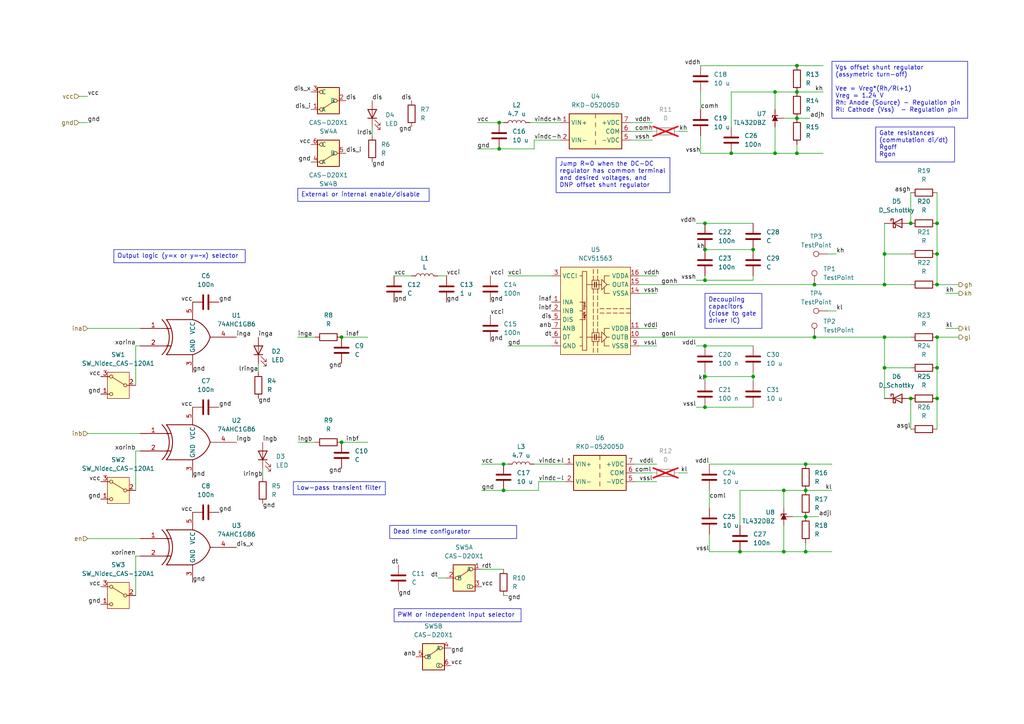
<source format=kicad_sch>
(kicad_sch (version 20231120) (generator "eeschema") (generator_version "8.0")
  (paper "A4")
  (title_block (title "Dual Gate Diver") (date "2024-10-30") (rev "1") (company "Dr.-Ing. Alan H. Wilson Veas") (comment 1 "AHWV"))
  (lib_symbols
    (symbol "HalfBridge_SiC:74AHC1G86"
      (property "Reference" "U" (at -2.54 3.81 0))
      (property "Value" "74AHC1G86" (at 0 -3.81 0))
      (symbol "74AHC1G86_1_1"
        (pin input line (at -15.24 2.54 0) (length 7.62) (name "~") (number "1"))
        (pin input line (at -15.24 -2.54 0) (length 7.62) (name "~") (number "2"))
        (pin power_in line (at 0 -10.16 90) (length 5.08) (name "GND") (number "3"))
        (pin output line (at 12.7 0 180) (length 7.62) (name "~") (number "4"))
        (pin power_in line (at 0 10.16 270) (length 5.08) (name "VCC") (number "5"))
      )
    )
    (symbol "HalfBridge_SiC:C" (pin_numbers hide) (pin_names (offset 0.254))
      (property "Reference" "C" (at 0.635 2.54 0))
      (property "Value" "C" (at 0.635 -2.54 0))
      (symbol "C_1_1"
        (pin passive line (at 0 3.81 270) (length 2.794) (name "~") (number "1"))
        (pin passive line (at 0 -3.81 90) (length 2.794) (name "~") (number "2"))
      )
    )
    (symbol "HalfBridge_SiC:CAS-D20X1"
      (property "Reference" "SW" (at 0 0 0))
      (property "Value" "CAS-D20X1" (at 0 0 0))
      (symbol "CAS-D20X1_1_1"
        (pin passive line (at 5.08 2.54 180) (length 2.54) (name "A") (number "1"))
        (pin passive line (at -5.08 0 0) (length 2.54) (name "B") (number "2"))
        (pin passive line (at 5.08 -2.54 180) (length 2.54) (name "C") (number "3"))
      )
      (symbol "CAS-D20X1_2_1"
        (pin passive line (at 5.08 2.54 180) (length 2.54) (name "A") (number "4"))
        (pin passive line (at -5.08 0 0) (length 2.54) (name "B") (number "5"))
        (pin passive line (at 5.08 -2.54 180) (length 2.54) (name "C") (number "6"))
      )
    )
    (symbol "HalfBridge_SiC:D_Schottky" (pin_numbers hide) (pin_names (offset 1.016) hide)
      (property "Reference" "D" (at 0 2.54 0))
      (property "Value" "D_Schottky" (at 0 -2.54 0))
      (symbol "D_Schottky_1_1"
        (pin passive line (at -3.81 0 0) (length 2.54) (name "K") (number "1"))
        (pin passive line (at 3.81 0 180) (length 2.54) (name "A") (number "2"))
      )
    )
    (symbol "HalfBridge_SiC:L" (pin_numbers hide) (pin_names (offset 1.016) hide)
      (property "Reference" "L" (at -1.27 0 90))
      (property "Value" "L" (at 1.905 0 90))
      (symbol "L_1_1"
        (pin passive line (at 0 3.81 270) (length 1.27) (name "1") (number "1"))
        (pin passive line (at 0 -3.81 90) (length 1.27) (name "2") (number "2"))
      )
    )
    (symbol "HalfBridge_SiC:LED" (pin_numbers hide) (pin_names (offset 1.016) hide)
      (property "Reference" "D" (at 0 2.54 0))
      (property "Value" "LED" (at 0 -2.54 0))
      (symbol "LED_1_1"
        (pin passive line (at -3.81 0 0) (length 2.54) (name "K") (number "1"))
        (pin passive line (at 3.81 0 180) (length 2.54) (name "A") (number "2"))
      )
    )
    (symbol "HalfBridge_SiC:NCV51563"
      (property "Reference" "U" (at 0 0 0))
      (property "Value" "NCV51563" (at 0 0 0))
      (symbol "NCV51563_0_0"
        (text "Logic Input" (at -3.302 0 900) (effects (font (size 0.635 0.635))))
      )
      (symbol "NCV51563_1_1"
        (pin input line (at -12.7 2.54 0) (length 2.54) (name "INA") (number "1"))
        (pin output line (at 12.7 -7.62 180) (length 2.54) (name "OUTB") (number "10"))
        (pin power_in line (at 12.7 -5.08 180) (length 2.54) (name "VDDB") (number "11"))
        (pin no_connect line (at 10.16 -2.54 180) (length 2.54) hide (name "NC") (number "12"))
        (pin no_connect line (at 10.16 2.54 180) (length 2.54) hide (name "NC") (number "13"))
        (pin power_in line (at 12.7 5.08 180) (length 2.54) (name "VSSA") (number "14"))
        (pin output line (at 12.7 7.62 180) (length 2.54) (name "OUTA") (number "15"))
        (pin power_in line (at 12.7 10.16 180) (length 2.54) (name "VDDA") (number "16"))
        (pin input line (at -12.7 0 0) (length 2.54) (name "INB") (number "2"))
        (pin power_in line (at -12.7 10.16 0) (length 2.54) (name "VCCI") (number "3"))
        (pin power_in line (at -12.7 -10.16 0) (length 2.54) (name "GND") (number "4"))
        (pin input line (at -12.7 -2.54 0) (length 2.54) (name "DIS") (number "5"))
        (pin passive line (at -12.7 -7.62 0) (length 2.54) (name "DT") (number "6"))
        (pin input line (at -12.7 -5.08 0) (length 2.54) (name "ANB") (number "7"))
        (pin passive line (at -12.7 10.16 0) (length 2.54) hide (name "VCCI") (number "8"))
        (pin power_in line (at 12.7 -10.16 180) (length 2.54) (name "VSSB") (number "9"))
      )
    )
    (symbol "HalfBridge_SiC:R" (pin_numbers hide) (pin_names (offset 0))
      (property "Reference" "R" (at 2.032 0 90))
      (property "Value" "R" (at 0 0 90))
      (symbol "R_1_1"
        (pin passive line (at 0 3.81 270) (length 1.27) (name "~") (number "1"))
        (pin passive line (at 0 -3.81 90) (length 1.27) (name "~") (number "2"))
      )
    )
    (symbol "HalfBridge_SiC:RKZ-052005D"
      (property "Reference" "U" (at 0 0 0))
      (property "Value" "RKD-052005D" (at 0 0 0))
      (symbol "RKZ-052005D_1_1"
        (pin passive line (at -10.16 2.54 0) (length 2.54) hide (name "VIN+") (number "1"))
        (pin power_in line (at -10.16 2.54 0) (length 2.54) (name "VIN+") (number "1"))
        (pin passive line (at -10.16 -2.54 0) (length 2.54) hide (name "VIN-") (number "2"))
        (pin power_in line (at -10.16 -2.54 0) (length 2.54) (name "VIN-") (number "2"))
        (pin power_out line (at 10.16 -2.54 180) (length 2.54) (name "-VDC") (number "5"))
        (pin passive line (at 10.16 0 180) (length 2.54) (name "COM") (number "6"))
        (pin passive line (at 10.16 2.54 180) (length 2.54) hide (name "+VDC") (number "7"))
        (pin power_out line (at 10.16 2.54 180) (length 2.54) (name "+VDC") (number "7"))
      )
    )
    (symbol "HalfBridge_SiC:SW_Nidec_CAS-120A1" (pin_names (offset 1) hide)
      (property "Reference" "SW" (at 0 4.318 0))
      (property "Value" "SW_Nidec_CAS-120A1" (at 0 -5.08 0))
      (symbol "SW_Nidec_CAS-120A1_1_1"
        (pin passive line (at 5.08 -2.54 180) (length 2.54) (name "C") (number "1"))
        (pin passive line (at -5.08 0 0) (length 2.54) (name "B") (number "2"))
        (pin passive line (at 5.08 2.54 180) (length 2.54) (name "A") (number "3"))
      )
    )
    (symbol "HalfBridge_SiC:TL432DBZ" (pin_numbers hide) (pin_names hide)
      (property "Reference" "U" (at -2.54 2.54 0))
      (property "Value" "TL432DBZ" (at 0 -2.54 0))
      (symbol "TL432DBZ_1_1"
        (pin passive line (at 0 2.54 270) (length 2.54) (name "REF") (number "1"))
        (pin passive line (at 2.54 0 180) (length 1.27) (name "K") (number "2"))
        (pin passive line (at -2.54 0 0) (length 1.27) (name "A") (number "3"))
      )
    )
    (symbol "HalfBridge_SiC:TestPoint" (pin_numbers hide) (pin_names (offset 0.762) hide)
      (property "Reference" "TP" (at 0 6.858 0))
      (property "Value" "TestPoint" (at 0 5.08 0))
      (symbol "TestPoint_1_1"
        (pin passive line (at 0 0 90) (length 2.54) (name "1") (number "1"))
      )
    )
    (symbol "RKZ-052005D_1"
      (property "Reference" "U" (at 0 0 0))
      (property "Value" "RKD-052005D" (at 0 0 0))
      (symbol "RKZ-052005D_1_1_1"
        (pin passive line (at -10.16 2.54 0) (length 2.54) hide (name "VIN+") (number "1"))
        (pin power_in line (at -10.16 2.54 0) (length 2.54) (name "VIN+") (number "1"))
        (pin passive line (at -10.16 -2.54 0) (length 2.54) hide (name "VIN-") (number "2"))
        (pin power_in line (at -10.16 -2.54 0) (length 2.54) (name "VIN-") (number "2"))
        (pin power_out line (at 10.16 -2.54 180) (length 2.54) (name "-VDC") (number "5"))
        (pin passive line (at 10.16 0 180) (length 2.54) (name "COM") (number "6"))
        (pin passive line (at 10.16 2.54 180) (length 2.54) hide (name "+VDC") (number "7"))
        (pin power_out line (at 10.16 2.54 180) (length 2.54) (name "+VDC") (number "7"))
      )
    )
    (symbol "RKZ-052005D_1_1"
      (property "Reference" "U" (at 0 0 0))
      (property "Value" "RKD-052005D" (at 0 0 0))
      (symbol "RKZ-052005D_1_1_1_1"
        (pin passive line (at -10.16 2.54 0) (length 2.54) hide (name "VIN+") (number "1"))
        (pin power_in line (at -10.16 2.54 0) (length 2.54) (name "VIN+") (number "1"))
        (pin passive line (at -10.16 -2.54 0) (length 2.54) hide (name "VIN-") (number "2"))
        (pin power_in line (at -10.16 -2.54 0) (length 2.54) (name "VIN-") (number "2"))
        (pin power_out line (at 10.16 -2.54 180) (length 2.54) (name "-VDC") (number "5"))
        (pin passive line (at 10.16 0 180) (length 2.54) (name "COM") (number "6"))
        (pin passive line (at 10.16 2.54 180) (length 2.54) hide (name "+VDC") (number "7"))
        (pin power_out line (at 10.16 2.54 180) (length 2.54) (name "+VDC") (number "7"))
      )
    )
  )
  (junction (at 204.47 118.11))
  (junction (at 231.14 26.67))
  (junction (at 227.33 160.02))
  (junction (at 236.22 82.55))
  (junction (at 256.54 73.66))
  (junction (at 231.14 44.45))
  (junction (at 231.14 19.05))
  (junction (at 271.78 106.68))
  (junction (at 99.06 97.79))
  (junction (at 264.16 115.57))
  (junction (at 256.54 97.79))
  (junction (at 224.79 26.67))
  (junction (at 144.78 43.18))
  (junction (at 264.16 64.77))
  (junction (at 236.22 97.79))
  (junction (at 271.78 115.57))
  (junction (at 224.79 44.45))
  (junction (at 271.78 82.55))
  (junction (at 144.78 35.56))
  (junction (at 204.47 100.33))
  (junction (at 204.47 72.39))
  (junction (at 212.09 44.45))
  (junction (at 204.47 81.28))
  (junction (at 233.68 160.02))
  (junction (at 146.05 134.62))
  (junction (at 233.68 149.86))
  (junction (at 256.54 106.68))
  (junction (at 256.54 82.55))
  (junction (at 146.05 142.24))
  (junction (at 271.78 64.77))
  (junction (at 271.78 73.66))
  (junction (at 233.68 134.62))
  (junction (at 204.47 64.77))
  (junction (at 271.78 97.79))
  (junction (at 99.06 128.27))
  (junction (at 227.33 142.24))
  (junction (at 233.68 142.24))
  (junction (at 214.63 160.02))
  (junction (at 218.44 109.22))
  (junction (at 204.47 109.22))
  (junction (at 218.44 72.39))
  (junction (at 231.14 34.29))
  (wire (pts (xy 224.79 44.45) (xy 231.14 44.45)))
  (wire (pts (xy 146.05 142.24) (xy 156.21 142.24)))
  (wire (pts (xy 184.15 139.7) (xy 190.5 139.7)))
  (wire (pts (xy 205.74 160.02) (xy 214.63 160.02)))
  (wire (pts (xy 256.54 106.68) (xy 256.54 115.57)))
  (wire (pts (xy 204.47 64.77) (xy 218.44 64.77)))
  (wire (pts (xy 212.09 44.45) (xy 224.79 44.45)))
  (wire (pts (xy 231.14 44.45) (xy 238.76 44.45)))
  (wire (pts (xy 271.78 97.79) (xy 278.13 97.79)))
  (wire (pts (xy 184.15 137.16) (xy 189.23 137.16)))
  (wire (pts (xy 271.78 115.57) (xy 271.78 124.46)))
  (wire (pts (xy 271.78 73.66) (xy 271.78 82.55)))
  (wire (pts (xy 129.54 167.64) (xy 127 167.64)))
  (wire (pts (xy 185.42 80.01) (xy 190.5 80.01)))
  (wire (pts (xy 154.94 134.62) (xy 163.83 134.62)))
  (wire (pts (xy 74.93 105.41) (xy 74.93 107.95)))
  (wire (pts (xy 182.88 35.56) (xy 189.23 35.56)))
  (wire (pts (xy 185.42 82.55) (xy 236.22 82.55)))
  (wire (pts (xy 185.42 100.33) (xy 190.5 100.33)))
  (wire (pts (xy 185.42 97.79) (xy 236.22 97.79)))
  (wire (pts (xy 201.93 100.33) (xy 204.47 100.33)))
  (wire (pts (xy 212.09 26.67) (xy 212.09 36.83)))
  (wire (pts (xy 146.05 134.62) (xy 147.32 134.62)))
  (wire (pts (xy 205.74 142.24) (xy 205.74 147.32)))
  (wire (pts (xy 224.79 31.75) (xy 224.79 26.67)))
  (wire (pts (xy 39.37 130.81) (xy 40.64 130.81)))
  (wire (pts (xy 86.36 128.27) (xy 91.44 128.27)))
  (wire (pts (xy 205.74 154.94) (xy 205.74 160.02)))
  (wire (pts (xy 185.42 85.09) (xy 190.5 85.09)))
  (wire (pts (xy 256.54 97.79) (xy 256.54 106.68)))
  (wire (pts (xy 201.93 81.28) (xy 204.47 81.28)))
  (wire (pts (xy 271.78 55.88) (xy 271.78 64.77)))
  (wire (pts (xy 224.79 36.83) (xy 224.79 44.45)))
  (wire (pts (xy 203.2 39.37) (xy 203.2 44.45)))
  (wire (pts (xy 240.03 90.17) (xy 242.57 90.17)))
  (wire (pts (xy 39.37 100.33) (xy 40.64 100.33)))
  (wire (pts (xy 233.68 142.24) (xy 241.3 142.24)))
  (wire (pts (xy 201.93 64.77) (xy 204.47 64.77)))
  (wire (pts (xy 204.47 72.39) (xy 218.44 72.39)))
  (wire (pts (xy 218.44 107.95) (xy 218.44 109.22)))
  (wire (pts (xy 185.42 95.25) (xy 190.5 95.25)))
  (wire (pts (xy 204.47 107.95) (xy 204.47 109.22)))
  (wire (pts (xy 107.95 36.83) (xy 107.95 39.37)))
  (wire (pts (xy 271.78 106.68) (xy 271.78 115.57)))
  (wire (pts (xy 99.06 128.27) (xy 106.68 128.27)))
  (wire (pts (xy 227.33 152.4) (xy 227.33 160.02)))
  (wire (pts (xy 212.09 26.67) (xy 224.79 26.67)))
  (wire (pts (xy 231.14 44.45) (xy 231.14 41.91)))
  (wire (pts (xy 218.44 109.22) (xy 218.44 110.49)))
  (wire (pts (xy 227.33 147.32) (xy 227.33 142.24)))
  (wire (pts (xy 256.54 97.79) (xy 264.16 97.79)))
  (wire (pts (xy 274.32 85.09) (xy 278.13 85.09)))
  (wire (pts (xy 236.22 97.79) (xy 256.54 97.79)))
  (wire (pts (xy 196.85 137.16) (xy 199.39 137.16)))
  (wire (pts (xy 147.32 80.01) (xy 160.02 80.01)))
  (wire (pts (xy 154.94 43.18) (xy 154.94 40.64)))
  (wire (pts (xy 240.03 73.66) (xy 242.57 73.66)))
  (wire (pts (xy 147.32 172.72) (xy 146.05 172.72)))
  (wire (pts (xy 227.33 142.24) (xy 233.68 142.24)))
  (wire (pts (xy 127 80.01) (xy 129.54 80.01)))
  (wire (pts (xy 218.44 80.01) (xy 218.44 81.28)))
  (wire (pts (xy 237.49 149.86) (xy 233.68 149.86)))
  (wire (pts (xy 39.37 161.29) (xy 40.64 161.29)))
  (wire (pts (xy 147.32 100.33) (xy 160.02 100.33)))
  (wire (pts (xy 231.14 26.67) (xy 238.76 26.67)))
  (wire (pts (xy 236.22 82.55) (xy 256.54 82.55)))
  (wire (pts (xy 214.63 142.24) (xy 214.63 152.4)))
  (wire (pts (xy 233.68 134.62) (xy 241.3 134.62)))
  (wire (pts (xy 156.21 142.24) (xy 156.21 139.7)))
  (wire (pts (xy 271.78 97.79) (xy 271.78 106.68)))
  (wire (pts (xy 204.47 118.11) (xy 218.44 118.11)))
  (wire (pts (xy 86.36 97.79) (xy 91.44 97.79)))
  (wire (pts (xy 25.4 125.73) (xy 40.64 125.73)))
  (wire (pts (xy 256.54 106.68) (xy 264.16 106.68)))
  (wire (pts (xy 182.88 38.1) (xy 189.23 38.1)))
  (wire (pts (xy 39.37 172.72) (xy 39.37 161.29)))
  (wire (pts (xy 22.86 27.94) (xy 25.4 27.94)))
  (wire (pts (xy 233.68 160.02) (xy 233.68 157.48)))
  (wire (pts (xy 229.87 149.86) (xy 233.68 149.86)))
  (wire (pts (xy 204.47 100.33) (xy 218.44 100.33)))
  (wire (pts (xy 203.2 19.05) (xy 231.14 19.05)))
  (wire (pts (xy 274.32 95.25) (xy 278.13 95.25)))
  (wire (pts (xy 144.78 35.56) (xy 146.05 35.56)))
  (wire (pts (xy 203.2 26.67) (xy 203.2 31.75)))
  (wire (pts (xy 256.54 73.66) (xy 264.16 73.66)))
  (wire (pts (xy 76.2 135.89) (xy 76.2 138.43)))
  (wire (pts (xy 203.2 44.45) (xy 212.09 44.45)))
  (wire (pts (xy 214.63 160.02) (xy 227.33 160.02)))
  (wire (pts (xy 25.4 95.25) (xy 40.64 95.25)))
  (wire (pts (xy 39.37 142.24) (xy 39.37 130.81)))
  (wire (pts (xy 153.67 35.56) (xy 162.56 35.56)))
  (wire (pts (xy 144.78 43.18) (xy 154.94 43.18)))
  (wire (pts (xy 138.43 43.18) (xy 144.78 43.18)))
  (wire (pts (xy 218.44 81.28) (xy 204.47 81.28)))
  (wire (pts (xy 182.88 40.64) (xy 189.23 40.64)))
  (wire (pts (xy 233.68 160.02) (xy 241.3 160.02)))
  (wire (pts (xy 156.21 139.7) (xy 163.83 139.7)))
  (wire (pts (xy 271.78 64.77) (xy 271.78 73.66)))
  (wire (pts (xy 196.85 38.1) (xy 199.39 38.1)))
  (wire (pts (xy 139.7 165.1) (xy 146.05 165.1)))
  (wire (pts (xy 204.47 109.22) (xy 218.44 109.22)))
  (wire (pts (xy 204.47 80.01) (xy 204.47 81.28)))
  (wire (pts (xy 139.7 134.62) (xy 146.05 134.62)))
  (wire (pts (xy 231.14 19.05) (xy 238.76 19.05)))
  (wire (pts (xy 138.43 35.56) (xy 144.78 35.56)))
  (wire (pts (xy 264.16 55.88) (xy 264.16 64.77)))
  (wire (pts (xy 227.33 160.02) (xy 233.68 160.02)))
  (wire (pts (xy 25.4 35.56) (xy 22.86 35.56)))
  (wire (pts (xy 256.54 82.55) (xy 264.16 82.55)))
  (wire (pts (xy 184.15 134.62) (xy 190.5 134.62)))
  (wire (pts (xy 201.93 118.11) (xy 204.47 118.11)))
  (wire (pts (xy 39.37 111.76) (xy 39.37 100.33)))
  (wire (pts (xy 139.7 142.24) (xy 146.05 142.24)))
  (wire (pts (xy 256.54 73.66) (xy 256.54 82.55)))
  (wire (pts (xy 224.79 26.67) (xy 231.14 26.67)))
  (wire (pts (xy 234.95 34.29) (xy 231.14 34.29)))
  (wire (pts (xy 214.63 142.24) (xy 227.33 142.24)))
  (wire (pts (xy 227.33 34.29) (xy 231.14 34.29)))
  (wire (pts (xy 271.78 82.55) (xy 278.13 82.55)))
  (wire (pts (xy 154.94 40.64) (xy 162.56 40.64)))
  (wire (pts (xy 205.74 134.62) (xy 233.68 134.62)))
  (wire (pts (xy 25.4 156.21) (xy 40.64 156.21)))
  (wire (pts (xy 256.54 64.77) (xy 256.54 73.66)))
  (wire (pts (xy 204.47 109.22) (xy 204.47 110.49)))
  (wire (pts (xy 99.06 97.79) (xy 106.68 97.79)))
  (wire (pts (xy 264.16 115.57) (xy 264.16 124.46)))
  (wire (pts (xy 114.3 80.01) (xy 119.38 80.01)))
  (text_box "Output logic (y=x or y=~x) selector" (at 33.02 72.39 0) (size 38.1 3.81) (effects (font (size 1.27 1.27)) (justify left top)))
  (text_box "Low-pass transient filter" (at 85.09 139.7 0) (size 26.67 3.81) (effects (font (size 1.27 1.27)) (justify left top)))
  (text_box "Dead time configurator" (at 113.03 152.4 0) (size 36.83 3.81) (effects (font (size 1.27 1.27)) (justify left top)))
  (text_box "Jump R=0 when the DC-DC regulator has common terminal and desired voltages, and\nDNP offset shunt regulator" (at 161.29 45.72 0) (size 33.02 10.16) (effects (font (size 1.27 1.27)) (justify left top)))
  (text_box "External or internal enable/disable" (at 86.36 54.61 0) (size 38.1 3.81) (effects (font (size 1.27 1.27)) (justify left top)))
  (text_box "Gate resistances (commutation di/dt)\nRgoff\nRgon" (at 254 36.83 0) (size 22.86 10.16) (effects (font (size 1.27 1.27)) (justify left top)))
  (text_box "Decoupling capacitors (close to gate driver IC)" (at 204.47 85.09 0) (size 16.51 10.16) (effects (font (size 1.27 1.27)) (justify left top)))
  (text_box "Vgs offset shunt regulator\n(assymetric turn-off)\n\nVee = Vreg*(Rh/Rl+1)\nVreg = 1.24 V\nRh: Anode (Source) - Regulation pin\nRl: Cathode (Vss)  - Regulation pin" (at 241.3 17.78 0) (size 39.37 16.51) (effects (font (size 1.27 1.27)) (justify left top)))
  (text_box "PWM or independent input selector" (at 114.3 176.53 0) (size 36.83 3.81) (effects (font (size 1.27 1.27)) (justify left top)))
  (label "vssl" (at 186.69 100.33 0))
  (label "coml" (at 184.15 137.16 0))
  (label "gnd" (at 139.7 142.24 0))
  (label "gnd" (at 99.06 135.89 180))
  (label "kl" (at 242.57 90.17 0))
  (label "gnd" (at 142.24 99.06 0))
  (label "vcc" (at 90.17 41.91 180))
  (label "dis" (at 100.33 29.21 0))
  (label "vcc" (at 55.88 148.59 180))
  (label "gnd" (at 147.32 100.33 0))
  (label "vindc-h" (at 154.94 40.64 0))
  (label "gonl" (at 191.77 97.79 0))
  (label "vddl" (at 185.42 134.62 0))
  (label "anb" (at 160.02 95.25 180))
  (label "vssh" (at 184.15 40.64 0))
  (label "inbf" (at 160.02 90.17 180))
  (label "vcc" (at 139.7 134.62 0))
  (label "inga" (at 74.93 97.79 0))
  (label "vcci" (at 142.24 80.01 0))
  (label "adjl" (at 237.49 149.86 0))
  (label "comh" (at 203.2 31.75 0))
  (label "gnd" (at 147.32 172.72 0))
  (label "gnd" (at 115.57 171.45 0))
  (label "lrdis" (at 107.95 39.37 180))
  (label "vddh" (at 186.69 80.01 0))
  (label "gnd" (at 29.21 144.78 180))
  (label "vddl" (at 186.69 95.25 0))
  (label "gnd" (at 29.21 175.26 180))
  (label "asgh" (at 264.16 55.88 180))
  (label "vssl" (at 201.93 118.11 180))
  (label "kl" (at 199.39 137.16 180))
  (label "vcci" (at 142.24 91.44 0))
  (label "vcc" (at 114.3 80.01 0))
  (label "kh" (at 204.47 72.39 180))
  (label "inaf" (at 104.14 97.79 180))
  (label "vcc" (at 25.4 27.94 0))
  (label "dis_x" (at 90.17 26.67 180))
  (label "vindc+h" (at 154.94 35.56 0))
  (label "dis_x" (at 68.58 158.75 0))
  (label "vcc" (at 29.21 170.18 180))
  (label "gnd" (at 55.88 138.43 0))
  (label "ingb" (at 68.58 128.27 0))
  (label "kl" (at 204.47 110.49 180))
  (label "gnd" (at 55.88 168.91 0))
  (label "comh" (at 184.15 38.1 0))
  (label "vcc" (at 130.81 193.04 0))
  (label "coml" (at 205.74 144.78 0))
  (label "gnd" (at 119.38 36.83 180))
  (label "inga" (at 86.36 97.79 0))
  (label "gnd" (at 90.17 46.99 180))
  (label "xorinb" (at 39.37 130.81 180))
  (label "vcc" (at 139.7 170.18 0))
  (label "vssl" (at 205.74 160.02 180))
  (label "vddl" (at 201.93 100.33 180))
  (label "dis_i" (at 100.33 44.45 0))
  (label "gnd" (at 74.93 115.57 0))
  (label "vcc" (at 138.43 35.56 0))
  (label "xorinen" (at 39.37 161.29 180))
  (label "kh" (at 274.32 85.09 0))
  (label "kh" (at 242.57 73.66 0))
  (label "ingb" (at 86.36 128.27 0))
  (label "gnd" (at 107.95 46.99 0))
  (label "rdt" (at 139.7 165.1 0))
  (label "dt" (at 160.02 97.79 180))
  (label "vssl" (at 185.42 139.7 0))
  (label "gnd" (at 63.5 118.11 0))
  (label "gnd" (at 76.2 146.05 0))
  (label "vddl" (at 205.74 134.62 180))
  (label "dt" (at 127 167.64 180))
  (label "vssh" (at 201.93 81.28 180))
  (label "vcc" (at 55.88 118.11 180))
  (label "dis_i" (at 90.17 31.75 180))
  (label "gnd" (at 130.81 187.96 0))
  (label "adjh" (at 234.95 34.29 0))
  (label "gnd" (at 63.5 87.63 0))
  (label "gnd" (at 25.4 35.56 0))
  (label "kl" (at 241.3 142.24 180))
  (label "vssh" (at 186.69 85.09 0))
  (label "vcci" (at 147.32 80.01 0))
  (label "gnd" (at 114.3 87.63 0))
  (label "kh" (at 199.39 38.1 180))
  (label "xorina" (at 39.37 100.33 180))
  (label "gnd" (at 99.06 105.41 180))
  (label "gnd" (at 138.43 43.18 0))
  (label "dis" (at 160.02 92.71 180))
  (label "gnd" (at 29.21 114.3 180))
  (label "dis" (at 107.95 29.21 0))
  (label "vindc-l" (at 156.21 139.7 0))
  (label "vddh" (at 203.2 19.05 180))
  (label "dis" (at 119.38 29.21 180))
  (label "kh" (at 238.76 26.67 180))
  (label "kl" (at 274.32 95.25 0))
  (label "dt" (at 115.57 163.83 180))
  (label "ingb" (at 76.2 128.27 0))
  (label "inbf" (at 104.14 128.27 180))
  (label "lringb" (at 76.2 138.43 180))
  (label "vddh" (at 201.93 64.77 180))
  (label "gnd" (at 142.24 87.63 0))
  (label "vcc" (at 55.88 87.63 180))
  (label "vindc+l" (at 156.21 134.62 0))
  (label "gnd" (at 129.54 87.63 0))
  (label "anb" (at 120.65 190.5 180))
  (label "gnd" (at 55.88 107.95 0))
  (label "lringa" (at 74.93 107.95 180))
  (label "asgl" (at 264.16 124.46 180))
  (label "vcci" (at 129.54 80.01 0))
  (label "vcc" (at 29.21 139.7 180))
  (label "gonh" (at 191.77 82.55 0))
  (label "inaf" (at 160.02 87.63 180))
  (label "vssh" (at 203.2 44.45 180))
  (label "vddh" (at 184.15 35.56 0))
  (label "gnd" (at 63.5 148.59 0))
  (label "vcc" (at 29.21 109.22 180))
  (label "inga" (at 68.58 97.79 0))
  (hierarchical_label "ina" (shape input) (at 25.4 95.25 180))
  (hierarchical_label "en" (shape input) (at 25.4 156.21 180))
  (hierarchical_label "kl" (shape output) (at 278.13 95.25 0))
  (hierarchical_label "inb" (shape input) (at 25.4 125.73 180))
  (hierarchical_label "kh" (shape output) (at 278.13 85.09 0))
  (hierarchical_label "gnd" (shape input) (at 22.86 35.56 180))
  (hierarchical_label "gh" (shape output) (at 278.13 82.55 0))
  (hierarchical_label "vcc" (shape input) (at 22.86 27.94 180))
  (hierarchical_label "gl" (shape output) (at 278.13 97.79 0))
  (symbol (lib_id "HalfBridge_SiC:C") (at 59.69 148.59 90) (unit 1)
    (property "Reference" "C8" (at 59.69 140.97 90))
    (property "Value" "100n" (at 59.69 143.51 90))
    (property "Footprint" "Capacitor_SMD:C_0603_1608Metric_Pad1.08x0.95mm_HandSolder" (effects (hide yes)))
    (property "Description" "Unpolarized capacitor" (effects (hide yes)))
  )
  (symbol (lib_id "HalfBridge_SiC:R") (at 267.97 64.77 90) (unit 1)
    (property "Reference" "R20" (at 267.97 58.42 90))
    (property "Value" "R" (at 267.97 60.96 90))
    (property "Footprint" "Resistor_SMD:R_0805_2012Metric_Pad1.20x1.40mm_HandSolder" (effects (hide yes)))
    (property "Description" "Resistor" (effects (hide yes)))
  )
  (symbol (lib_id "HalfBridge_SiC:R") (at 233.68 146.05 180) (unit 1)
    (property "Reference" "R17" (at 236.22 144.7799 0) (effects (justify right)))
    (property "Value" "R" (at 236.22 147.3199 0) (effects (justify right)))
    (property "Footprint" "Resistor_SMD:R_0603_1608Metric_Pad0.98x0.95mm_HandSolder" (effects (hide yes)))
    (property "Description" "Resistor" (effects (hide yes)))
  )
  (symbol (lib_id "HalfBridge_SiC:C") (at 204.47 68.58 0) (unit 1)
    (property "Reference" "C22" (at 208.28 67.3099 0) (effects (justify left)))
    (property "Value" "100n" (at 208.28 69.8499 0) (effects (justify left)))
    (property "Footprint" "Capacitor_SMD:C_0603_1608Metric_Pad1.08x0.95mm_HandSolder" (effects (hide yes)))
    (property "Description" "Unpolarized capacitor" (effects (hide yes)))
  )
  (symbol (lib_id "HalfBridge_SiC:R") (at 267.97 106.68 90) (unit 1)
    (property "Reference" "R24" (at 267.97 100.33 90))
    (property "Value" "R" (at 267.97 102.87 90))
    (property "Footprint" "Resistor_SMD:R_0805_2012Metric_Pad1.20x1.40mm_HandSolder" (effects (hide yes)))
    (property "Description" "Resistor" (effects (hide yes)))
  )
  (symbol (lib_id "HalfBridge_SiC:R") (at 193.04 137.16 90) (unit 1) (dnp yes)
    (property "Reference" "R12" (at 193.04 130.81 90))
    (property "Value" "0" (at 193.04 133.35 90))
    (property "Footprint" "Resistor_SMD:R_0805_2012Metric_Pad1.20x1.40mm_HandSolder" (effects (hide yes)))
    (property "Description" "Resistor" (effects (hide yes)))
  )
  (symbol (lib_id "HalfBridge_SiC:C") (at 204.47 76.2 0) (unit 1)
    (property "Reference" "C23" (at 208.28 74.9299 0) (effects (justify left)))
    (property "Value" "100n" (at 208.28 77.4699 0) (effects (justify left)))
    (property "Footprint" "Capacitor_SMD:C_0603_1608Metric_Pad1.08x0.95mm_HandSolder" (effects (hide yes)))
    (property "Description" "Unpolarized capacitor" (effects (hide yes)))
  )
  (symbol (lib_id "HalfBridge_SiC:TestPoint") (at 236.22 97.79 0) (unit 1)
    (property "Reference" "TP2" (at 238.76 93.2179 0) (effects (justify left)))
    (property "Value" "TestPoint" (at 238.76 95.7579 0) (effects (justify left)))
    (property "Footprint" "TestPoint:TestPoint_Keystone_5015_Micro-Minature" (effects (hide yes)))
    (property "Description" "test point" (effects (hide yes)))
  )
  (symbol (lib_id "HalfBridge_SiC:C") (at 59.69 118.11 90) (unit 1)
    (property "Reference" "C7" (at 59.69 110.49 90))
    (property "Value" "100n" (at 59.69 113.03 90))
    (property "Footprint" "Capacitor_SMD:C_0603_1608Metric_Pad1.08x0.95mm_HandSolder" (effects (hide yes)))
    (property "Description" "Unpolarized capacitor" (effects (hide yes)))
  )
  (symbol (lib_id "HalfBridge_SiC:C") (at 205.74 138.43 0) (unit 1)
    (property "Reference" "C24" (at 209.55 137.1599 0) (effects (justify left)))
    (property "Value" "10 u" (at 209.55 139.6999 0) (effects (justify left)))
    (property "Footprint" "Capacitor_SMD:C_0805_2012Metric_Pad1.18x1.45mm_HandSolder" (effects (hide yes)))
    (property "Description" "Unpolarized capacitor" (effects (hide yes)))
  )
  (symbol (lib_id "HalfBridge_SiC:C") (at 205.74 151.13 0) (unit 1)
    (property "Reference" "C25" (at 209.55 149.8599 0) (effects (justify left)))
    (property "Value" "10 u" (at 209.55 152.3999 0) (effects (justify left)))
    (property "Footprint" "Capacitor_SMD:C_0805_2012Metric_Pad1.18x1.45mm_HandSolder" (effects (hide yes)))
    (property "Description" "Unpolarized capacitor" (effects (hide yes)))
  )
  (symbol (lib_id "HalfBridge_SiC:74AHC1G86") (at 55.88 97.79 0) (unit 1)
    (property "Reference" "U1" (at 68.58 91.4714 0))
    (property "Value" "74AHC1G86" (at 68.58 94.0114 0))
    (property "Footprint" "Package_TO_SOT_SMD:SOT-23-5_HandSoldering" (effects (hide yes)))
    (property "Datasheet" "http://www.ti.com/lit/sg/scyt129e/scyt129e.pdf" (effects (hide yes)))
    (property "Description" "Single XOR Gate, Low-Voltage CMOS" (effects (hide yes)))
  )
  (symbol (lib_id "HalfBridge_SiC:C") (at 99.06 132.08 0) (unit 1)
    (property "Reference" "C10" (at 102.87 130.8099 0) (effects (justify left)))
    (property "Value" "C" (at 102.87 133.3499 0) (effects (justify left)))
    (property "Footprint" "Capacitor_SMD:C_0603_1608Metric_Pad1.08x0.95mm_HandSolder" (effects (hide yes)))
    (property "Description" "Unpolarized capacitor" (effects (hide yes)))
  )
  (symbol (lib_id "HalfBridge_SiC:R") (at 267.97 82.55 90) (unit 1)
    (property "Reference" "R22" (at 267.97 76.2 90))
    (property "Value" "R" (at 267.97 78.74 90))
    (property "Footprint" "Resistor_SMD:R_0805_2012Metric_Pad1.20x1.40mm_HandSolder" (effects (hide yes)))
    (property "Description" "Resistor" (effects (hide yes)))
  )
  (symbol (lib_id "HalfBridge_SiC:R") (at 74.93 111.76 0) (unit 1)
    (property "Reference" "R4" (at 77.47 110.4899 0) (effects (justify left)))
    (property "Value" "R" (at 77.47 113.0299 0) (effects (justify left)))
    (property "Footprint" "Resistor_SMD:R_0603_1608Metric" (effects (hide yes)))
    (property "Description" "Resistor" (effects (hide yes)))
  )
  (symbol (lib_id "HalfBridge_SiC:R") (at 267.97 55.88 90) (unit 1)
    (property "Reference" "R19" (at 267.97 49.53 90))
    (property "Value" "R" (at 267.97 52.07 90))
    (property "Footprint" "Resistor_SMD:R_0805_2012Metric_Pad1.20x1.40mm_HandSolder" (effects (hide yes)))
    (property "Description" "Resistor" (effects (hide yes)))
  )
  (symbol (lib_id "HalfBridge_SiC:D_Schottky") (at 260.35 115.57 0) (unit 1)
    (property "Reference" "D6" (at 260.0325 109.22 0))
    (property "Value" "D_Schottky" (at 260.0325 111.76 0))
    (property "Footprint" "Diode_SMD:D_SOD-123" (effects (hide yes)))
    (property "Description" "Schottky diode" (effects (hide yes)))
  )
  (symbol (lib_id "HalfBridge_SiC:C") (at 204.47 114.3 0) (unit 1)
    (property "Reference" "C21" (at 208.28 113.0299 0) (effects (justify left)))
    (property "Value" "100 n" (at 208.28 115.5699 0) (effects (justify left)))
    (property "Footprint" "Capacitor_SMD:C_0603_1608Metric_Pad1.08x0.95mm_HandSolder" (effects (hide yes)))
    (property "Description" "Unpolarized capacitor" (effects (hide yes)))
  )
  (symbol (lib_id "HalfBridge_SiC:R") (at 76.2 142.24 0) (unit 1)
    (property "Reference" "R5" (at 78.74 140.9699 0) (effects (justify left)))
    (property "Value" "R" (at 78.74 143.5099 0) (effects (justify left)))
    (property "Footprint" "Resistor_SMD:R_0603_1608Metric" (effects (hide yes)))
    (property "Description" "Resistor" (effects (hide yes)))
  )
  (symbol (lib_id "HalfBridge_SiC:R") (at 231.14 22.86 180) (unit 1)
    (property "Reference" "R13" (at 233.68 21.5899 0) (effects (justify right)))
    (property "Value" "R" (at 233.68 24.1299 0) (effects (justify right)))
    (property "Footprint" "Resistor_SMD:R_0603_1608Metric_Pad0.98x0.95mm_HandSolder" (effects (hide yes)))
    (property "Description" "Resistor" (effects (hide yes)))
  )
  (symbol (lib_id "HalfBridge_SiC:R") (at 233.68 153.67 180) (unit 1)
    (property "Reference" "R18" (at 236.22 152.3999 0) (effects (justify right)))
    (property "Value" "R" (at 236.22 154.9399 0) (effects (justify right)))
    (property "Footprint" "Resistor_SMD:R_0603_1608Metric_Pad0.98x0.95mm_HandSolder" (effects (hide yes)))
    (property "Description" "Resistor" (effects (hide yes)))
  )
  (symbol (lib_id "HalfBridge_SiC:R") (at 233.68 138.43 180) (unit 1)
    (property "Reference" "R16" (at 236.22 137.1599 0) (effects (justify right)))
    (property "Value" "R" (at 236.22 139.6999 0) (effects (justify right)))
    (property "Footprint" "Resistor_SMD:R_0603_1608Metric_Pad0.98x0.95mm_HandSolder" (effects (hide yes)))
    (property "Description" "Resistor" (effects (hide yes)))
  )
  (symbol (lib_id "HalfBridge_SiC:R") (at 267.97 73.66 90) (unit 1)
    (property "Reference" "R21" (at 267.97 67.31 90))
    (property "Value" "R" (at 267.97 69.85 90))
    (property "Footprint" "Resistor_SMD:R_0805_2012Metric_Pad1.20x1.40mm_HandSolder" (effects (hide yes)))
    (property "Description" "Resistor" (effects (hide yes)))
  )
  (symbol (lib_id "HalfBridge_SiC:C") (at 218.44 104.14 0) (unit 1)
    (property "Reference" "C30" (at 222.25 102.8699 0) (effects (justify left)))
    (property "Value" "10 u" (at 222.25 105.4099 0) (effects (justify left)))
    (property "Footprint" "Capacitor_SMD:C_0805_2012Metric_Pad1.18x1.45mm_HandSolder" (effects (hide yes)))
    (property "Description" "Unpolarized capacitor" (effects (hide yes)))
  )
  (symbol (lib_id "HalfBridge_SiC:D_Schottky") (at 260.35 64.77 0) (unit 1)
    (property "Reference" "D5" (at 260.0325 58.42 0))
    (property "Value" "D_Schottky" (at 260.0325 60.96 0))
    (property "Footprint" "Diode_SMD:D_SOD-123" (effects (hide yes)))
    (property "Description" "Schottky diode" (effects (hide yes)))
  )
  (symbol (lib_id "HalfBridge_SiC:CAS-D20X1") (at 95.25 29.21 180) (unit 1)
    (property "Reference" "SW4" (at 95.25 38.1 0))
    (property "Value" "CAS-D20X1" (at 95.25 35.56 0))
    (property "Footprint" "My_Button_Switch_SMD:Nidec_Copal_CAS-D20B1" (effects (hide yes)))
    (property "Datasheet" "https://www.nidec-components.com/e/catalog/switch/cas.pdf" (effects (hide yes)))
  )
  (symbol (lib_id "HalfBridge_SiC:R") (at 107.95 43.18 0) (unit 1)
    (property "Reference" "R6" (at 110.49 41.9099 0) (effects (justify left)))
    (property "Value" "R" (at 110.49 44.4499 0) (effects (justify left)))
    (property "Footprint" "Resistor_SMD:R_0603_1608Metric" (effects (hide yes)))
    (property "Description" "Resistor" (effects (hide yes)))
  )
  (symbol (lib_id "HalfBridge_SiC:TestPoint") (at 240.03 90.17 90) (unit 1)
    (property "Reference" "TP4" (at 236.728 85.09 90))
    (property "Value" "TestPoint" (at 236.728 87.63 90))
    (property "Footprint" "TestPoint:TestPoint_Keystone_5015_Micro-Minature" (effects (hide yes)))
    (property "Description" "test point" (effects (hide yes)))
  )
  (symbol (lib_id "HalfBridge_SiC:L") (at 149.86 35.56 90) (unit 1)
    (property "Reference" "L2" (at 149.86 30.48 90))
    (property "Value" "4.7 u" (at 149.86 33.02 90))
    (property "Footprint" "Inductor_SMD:L_0603_1608Metric_Pad1.05x0.95mm_HandSolder" (effects (hide yes)))
    (property "Description" "Inductor" (effects (hide yes)))
  )
  (symbol (lib_id "HalfBridge_SiC:TL432DBZ") (at 227.33 149.86 270) (mirror x) (unit 1)
    (property "Reference" "U8" (at 224.79 148.5899 90) (effects (justify right)))
    (property "Value" "TL432DBZ" (at 224.79 151.1299 90) (effects (justify right)))
    (property "Footprint" "Package_TO_SOT_SMD:SOT-23" (effects (hide yes)))
    (property "Datasheet" "http://www.ti.com/lit/ds/symlink/tl431.pdf" (effects (hide yes)))
    (property "Description" "Shunt Regulator, SOT-23" (effects (hide yes)))
  )
  (symbol (lib_id "HalfBridge_SiC:LED") (at 76.2 132.08 90) (unit 1)
    (property "Reference" "D3" (at 80.01 132.3974 90) (effects (justify right)))
    (property "Value" "LED" (at 80.01 134.9374 90) (effects (justify right)))
    (property "Footprint" "LED_SMD:LED_0603_1608Metric_Pad1.05x0.95mm_HandSolder" (effects (hide yes)))
    (property "Description" "Light emitting diode" (effects (hide yes)))
  )
  (symbol (lib_id "HalfBridge_SiC:C") (at 204.47 104.14 0) (unit 1)
    (property "Reference" "C20" (at 208.28 102.8699 0) (effects (justify left)))
    (property "Value" "100 n" (at 208.28 105.4099 0) (effects (justify left)))
    (property "Footprint" "Capacitor_SMD:C_0603_1608Metric_Pad1.08x0.95mm_HandSolder" (effects (hide yes)))
    (property "Description" "Unpolarized capacitor" (effects (hide yes)))
  )
  (symbol (lib_id "HalfBridge_SiC:C") (at 218.44 76.2 0) (unit 1)
    (property "Reference" "C29" (at 222.25 74.9299 0) (effects (justify left)))
    (property "Value" "C" (at 222.25 77.4699 0) (effects (justify left)))
    (property "Footprint" "Capacitor_SMD:C_0805_2012Metric_Pad1.18x1.45mm_HandSolder" (effects (hide yes)))
    (property "Description" "Unpolarized capacitor" (effects (hide yes)))
  )
  (symbol (lib_id "HalfBridge_SiC:C") (at 99.06 101.6 0) (unit 1)
    (property "Reference" "C9" (at 102.87 100.3299 0) (effects (justify left)))
    (property "Value" "C" (at 102.87 102.8699 0) (effects (justify left)))
    (property "Footprint" "Capacitor_SMD:C_0603_1608Metric_Pad1.08x0.95mm_HandSolder" (effects (hide yes)))
    (property "Description" "Unpolarized capacitor" (effects (hide yes)))
  )
  (symbol (lib_id "HalfBridge_SiC:C") (at 114.3 83.82 0) (unit 1)
    (property "Reference" "C12" (at 118.11 82.5499 0) (effects (justify left)))
    (property "Value" "C" (at 118.11 85.0899 0) (effects (justify left)))
    (property "Footprint" "Capacitor_SMD:C_0805_2012Metric_Pad1.18x1.45mm_HandSolder" (effects (hide yes)))
    (property "Description" "Unpolarized capacitor" (effects (hide yes)))
  )
  (symbol (lib_id "HalfBridge_SiC:TL432DBZ") (at 224.79 34.29 270) (mirror x) (unit 1)
    (property "Reference" "U7" (at 222.25 33.0199 90) (effects (justify right)))
    (property "Value" "TL432DBZ" (at 222.25 35.5599 90) (effects (justify right)))
    (property "Footprint" "Package_TO_SOT_SMD:SOT-23" (effects (hide yes)))
    (property "Datasheet" "http://www.ti.com/lit/ds/symlink/tl431.pdf" (effects (hide yes)))
    (property "Description" "Shunt Regulator, SOT-23" (effects (hide yes)))
  )
  (symbol (lib_id "HalfBridge_SiC:R") (at 231.14 38.1 180) (unit 1)
    (property "Reference" "R15" (at 233.68 36.8299 0) (effects (justify right)))
    (property "Value" "R" (at 233.68 39.3699 0) (effects (justify right)))
    (property "Footprint" "Resistor_SMD:R_0603_1608Metric_Pad0.98x0.95mm_HandSolder" (effects (hide yes)))
    (property "Description" "Resistor" (effects (hide yes)))
  )
  (symbol (lib_id "HalfBridge_SiC:RKZ-052005D") (at 173.99 137.16 0) (unit 1)
    (property "Reference" "U6" (at 173.99 127 0))
    (property "Value" "RKD-052005D" (at 173.99 129.54 0))
    (property "Footprint" "My_Converter_DCDC:Converter_DCDC_RECOM_RKZ-xx2005_Dual_THT_SIP7" (effects (hide yes)))
    (property "Datasheet" "https://recom-power.com/en/products/dc-dc-converters/dc-dc-unregulated/rec-p-RKZ-052005D.html?1" (effects (hide yes)))
  )
  (symbol (lib_id "HalfBridge_SiC:C") (at 218.44 68.58 0) (unit 1)
    (property "Reference" "C28" (at 222.25 67.3099 0) (effects (justify left)))
    (property "Value" "C" (at 222.25 69.8499 0) (effects (justify left)))
    (property "Footprint" "Capacitor_SMD:C_0805_2012Metric_Pad1.18x1.45mm_HandSolder" (effects (hide yes)))
    (property "Description" "Unpolarized capacitor" (effects (hide yes)))
  )
  (symbol (lib_id "HalfBridge_SiC:C") (at 115.57 167.64 0) (unit 1)
    (property "Reference" "C11" (at 119.38 166.3699 0) (effects (justify left)))
    (property "Value" "C" (at 119.38 168.9099 0) (effects (justify left)))
    (property "Footprint" "Capacitor_SMD:C_0603_1608Metric_Pad1.08x0.95mm_HandSolder" (effects (hide yes)))
    (property "Description" "Unpolarized capacitor" (effects (hide yes)))
  )
  (symbol (lib_id "HalfBridge_SiC:R") (at 267.97 115.57 90) (unit 1)
    (property "Reference" "R25" (at 267.97 109.22 90))
    (property "Value" "R" (at 267.97 111.76 90))
    (property "Footprint" "Resistor_SMD:R_0805_2012Metric_Pad1.20x1.40mm_HandSolder" (effects (hide yes)))
    (property "Description" "Resistor" (effects (hide yes)))
  )
  (symbol (lib_id "HalfBridge_SiC:C") (at 146.05 138.43 0) (unit 1)
    (property "Reference" "C17" (at 149.86 137.1599 0) (effects (justify left)))
    (property "Value" "10 u" (at 149.86 139.6999 0) (effects (justify left)))
    (property "Footprint" "Capacitor_SMD:C_0805_2012Metric_Pad1.18x1.45mm_HandSolder" (effects (hide yes)))
    (property "Description" "Unpolarized capacitor" (effects (hide yes)))
  )
  (symbol (lib_id "HalfBridge_SiC:C") (at 218.44 114.3 0) (unit 1)
    (property "Reference" "C31" (at 222.25 113.0299 0) (effects (justify left)))
    (property "Value" "10 u" (at 222.25 115.5699 0) (effects (justify left)))
    (property "Footprint" "Capacitor_SMD:C_0805_2012Metric_Pad1.18x1.45mm_HandSolder" (effects (hide yes)))
    (property "Description" "Unpolarized capacitor" (effects (hide yes)))
  )
  (symbol (lib_id "HalfBridge_SiC:C") (at 142.24 95.25 0) (unit 1)
    (property "Reference" "C15" (at 146.05 93.9799 0) (effects (justify left)))
    (property "Value" "100n" (at 146.05 96.5199 0) (effects (justify left)))
    (property "Footprint" "Capacitor_SMD:C_0603_1608Metric_Pad1.08x0.95mm_HandSolder" (effects (hide yes)))
    (property "Description" "Unpolarized capacitor" (effects (hide yes)))
  )
  (symbol (lib_id "HalfBridge_SiC:SW_Nidec_CAS-120A1") (at 34.29 111.76 0) (mirror y) (unit 1)
    (property "Reference" "SW1" (at 34.29 102.87 0))
    (property "Value" "SW_Nidec_CAS-120A1" (at 34.29 105.41 0))
    (property "Footprint" "Button_Switch_SMD:Nidec_Copal_CAS-120A" (effects (hide yes)))
    (property "Datasheet" "https://www.nidec-components.com/e/catalog/switch/cas.pdf" (effects (hide yes)))
    (property "Description" "Switch, single pole double throw" (effects (hide yes)))
  )
  (symbol (lib_id "HalfBridge_SiC:C") (at 144.78 39.37 0) (unit 1)
    (property "Reference" "C16" (at 148.59 38.0999 0) (effects (justify left)))
    (property "Value" "10 u" (at 148.59 40.6399 0) (effects (justify left)))
    (property "Footprint" "Capacitor_SMD:C_0805_2012Metric_Pad1.18x1.45mm_HandSolder" (effects (hide yes)))
    (property "Description" "Unpolarized capacitor" (effects (hide yes)))
  )
  (symbol (lib_id "HalfBridge_SiC:74AHC1G86") (at 55.88 158.75 0) (unit 1)
    (property "Reference" "U3" (at 68.58 152.4314 0))
    (property "Value" "74AHC1G86" (at 68.58 154.9714 0))
    (property "Footprint" "Package_TO_SOT_SMD:SOT-23-5_HandSoldering" (effects (hide yes)))
    (property "Datasheet" "http://www.ti.com/lit/sg/scyt129e/scyt129e.pdf" (effects (hide yes)))
    (property "Description" "Single XOR Gate, Low-Voltage CMOS" (effects (hide yes)))
  )
  (symbol (lib_id "HalfBridge_SiC:L") (at 123.19 80.01 90) (unit 1)
    (property "Reference" "L1" (at 123.19 74.93 90))
    (property "Value" "L" (at 123.19 77.47 90))
    (property "Footprint" "Inductor_SMD:L_0603_1608Metric_Pad1.05x0.95mm_HandSolder" (effects (hide yes)))
    (property "Description" "Inductor" (effects (hide yes)))
  )
  (symbol (lib_id "HalfBridge_SiC:CAS-D20X1") (at 95.25 44.45 180) (unit 2)
    (property "Reference" "SW4" (at 95.25 53.34 0))
    (property "Value" "CAS-D20X1" (at 95.25 50.8 0))
    (property "Footprint" "My_Button_Switch_SMD:Nidec_Copal_CAS-D20B1" (effects (hide yes)))
    (property "Datasheet" "https://www.nidec-components.com/e/catalog/switch/cas.pdf" (effects (hide yes)))
  )
  (symbol (lib_id "HalfBridge_SiC:SW_Nidec_CAS-120A1") (at 34.29 172.72 0) (mirror y) (unit 1)
    (property "Reference" "SW3" (at 34.29 163.83 0))
    (property "Value" "SW_Nidec_CAS-120A1" (at 34.29 166.37 0))
    (property "Footprint" "Button_Switch_SMD:Nidec_Copal_CAS-120A" (effects (hide yes)))
    (property "Datasheet" "https://www.nidec-components.com/e/catalog/switch/cas.pdf" (effects (hide yes)))
    (property "Description" "Switch, single pole double throw" (effects (hide yes)))
  )
  (symbol (lib_id "HalfBridge_SiC:LED") (at 74.93 101.6 90) (unit 1)
    (property "Reference" "D2" (at 78.74 101.9174 90) (effects (justify right)))
    (property "Value" "LED" (at 78.74 104.394 90) (effects (justify right)))
    (property "Footprint" "LED_SMD:LED_0603_1608Metric_Pad1.05x0.95mm_HandSolder" (effects (hide yes)))
    (property "Description" "Light emitting diode" (effects (hide yes)))
  )
  (symbol (lib_id "HalfBridge_SiC:R") (at 119.38 33.02 0) (unit 1)
    (property "Reference" "R7" (at 121.92 31.7499 0) (effects (justify left)))
    (property "Value" "R" (at 121.92 34.2899 0) (effects (justify left)))
    (property "Footprint" "Resistor_SMD:R_0603_1608Metric_Pad0.98x0.95mm_HandSolder" (effects (hide yes)))
    (property "Description" "Resistor" (effects (hide yes)))
  )
  (symbol (lib_id "HalfBridge_SiC:C") (at 203.2 22.86 0) (unit 1)
    (property "Reference" "C18" (at 207.01 21.5899 0) (effects (justify left)))
    (property "Value" "10 u" (at 207.01 24.1299 0) (effects (justify left)))
    (property "Footprint" "Capacitor_SMD:C_0805_2012Metric_Pad1.18x1.45mm_HandSolder" (effects (hide yes)))
    (property "Description" "Unpolarized capacitor" (effects (hide yes)))
  )
  (symbol (lib_id "HalfBridge_SiC:C") (at 142.24 83.82 0) (unit 1)
    (property "Reference" "C14" (at 146.05 82.5499 0) (effects (justify left)))
    (property "Value" "100n" (at 146.05 85.0899 0) (effects (justify left)))
    (property "Footprint" "Capacitor_SMD:C_0603_1608Metric_Pad1.08x0.95mm_HandSolder" (effects (hide yes)))
    (property "Description" "Unpolarized capacitor" (effects (hide yes)))
  )
  (symbol (lib_id "HalfBridge_SiC:SW_Nidec_CAS-120A1") (at 34.29 142.24 0) (mirror y) (unit 1)
    (property "Reference" "SW2" (at 34.29 133.35 0))
    (property "Value" "SW_Nidec_CAS-120A1" (at 34.29 135.89 0))
    (property "Footprint" "Button_Switch_SMD:Nidec_Copal_CAS-120A" (effects (hide yes)))
    (property "Datasheet" "https://www.nidec-components.com/e/catalog/switch/cas.pdf" (effects (hide yes)))
    (property "Description" "Switch, single pole double throw" (effects (hide yes)))
  )
  (symbol (lib_id "HalfBridge_SiC:R") (at 95.25 97.79 90) (unit 1)
    (property "Reference" "R8" (at 95.25 91.44 90))
    (property "Value" "R" (at 95.25 93.98 90))
    (property "Footprint" "Resistor_SMD:R_0603_1608Metric_Pad0.98x0.95mm_HandSolder" (effects (hide yes)))
    (property "Description" "Resistor" (effects (hide yes)))
  )
  (symbol (lib_id "HalfBridge_SiC:R") (at 231.14 30.48 180) (unit 1)
    (property "Reference" "R14" (at 233.68 29.2099 0) (effects (justify right)))
    (property "Value" "R" (at 233.68 31.7499 0) (effects (justify right)))
    (property "Footprint" "Resistor_SMD:R_0603_1608Metric_Pad0.98x0.95mm_HandSolder" (effects (hide yes)))
    (property "Description" "Resistor" (effects (hide yes)))
  )
  (symbol (lib_id "HalfBridge_SiC:C") (at 59.69 87.63 90) (unit 1)
    (property "Reference" "C6" (at 59.69 80.01 90))
    (property "Value" "100n" (at 59.69 82.55 90))
    (property "Footprint" "Capacitor_SMD:C_0603_1608Metric_Pad1.08x0.95mm_HandSolder" (effects (hide yes)))
    (property "Description" "Unpolarized capacitor" (effects (hide yes)))
  )
  (symbol (lib_id "HalfBridge_SiC:R") (at 193.04 38.1 90) (unit 1) (dnp yes)
    (property "Reference" "R11" (at 193.04 31.75 90))
    (property "Value" "0" (at 193.04 34.29 90))
    (property "Footprint" "Resistor_SMD:R_0805_2012Metric_Pad1.20x1.40mm_HandSolder" (effects (hide yes)))
    (property "Description" "Resistor" (effects (hide yes)))
  )
  (symbol (lib_id "HalfBridge_SiC:CAS-D20X1") (at 125.73 190.5 0) (unit 2)
    (property "Reference" "SW5" (at 125.73 181.61 0))
    (property "Value" "CAS-D20X1" (at 125.73 184.15 0))
    (property "Footprint" "My_Button_Switch_SMD:Nidec_Copal_CAS-D20B1" (effects (hide yes)))
    (property "Datasheet" "https://www.nidec-components.com/e/catalog/switch/cas.pdf" (effects (hide yes)))
  )
  (symbol (lib_id "HalfBridge_SiC:C") (at 214.63 156.21 0) (unit 1)
    (property "Reference" "C27" (at 218.44 154.9399 0) (effects (justify left)))
    (property "Value" "100n" (at 218.44 157.4799 0) (effects (justify left)))
    (property "Footprint" "Capacitor_SMD:C_0603_1608Metric_Pad1.08x0.95mm_HandSolder" (effects (hide yes)))
    (property "Description" "Unpolarized capacitor" (effects (hide yes)))
  )
  (symbol (lib_id "HalfBridge_SiC:TestPoint") (at 236.22 82.55 0) (unit 1)
    (property "Reference" "TP1" (at 238.76 77.9779 0) (effects (justify left)))
    (property "Value" "TestPoint" (at 238.76 80.5179 0) (effects (justify left)))
    (property "Footprint" "TestPoint:TestPoint_Keystone_5015_Micro-Minature" (effects (hide yes)))
    (property "Description" "test point" (effects (hide yes)))
  )
  (symbol (lib_name "RKZ-052005D_1_1") (lib_id "HalfBridge_SiC:RKZ-052005D_1") (at 172.72 38.1 0) (unit 1)
    (property "Reference" "U4" (at 172.72 27.94 0))
    (property "Value" "RKD-052005D" (at 172.72 30.48 0))
    (property "Footprint" "My_Converter_DCDC:Converter_DCDC_RECOM_RKZ-xx2005_Dual_THT_SIP7" (effects (hide yes)))
    (property "Datasheet" "https://recom-power.com/en/products/dc-dc-converters/dc-dc-unregulated/rec-p-RKZ-052005D.html?1" (effects (hide yes)))
  )
  (symbol (lib_id "HalfBridge_SiC:C") (at 212.09 40.64 0) (unit 1)
    (property "Reference" "C26" (at 215.9 39.3699 0) (effects (justify left)))
    (property "Value" "100n" (at 215.9 41.9099 0) (effects (justify left)))
    (property "Footprint" "Capacitor_SMD:C_0603_1608Metric_Pad1.08x0.95mm_HandSolder" (effects (hide yes)))
    (property "Description" "Unpolarized capacitor" (effects (hide yes)))
  )
  (symbol (lib_id "HalfBridge_SiC:C") (at 203.2 35.56 0) (unit 1)
    (property "Reference" "C19" (at 207.01 34.2899 0) (effects (justify left)))
    (property "Value" "10 u" (at 207.01 36.8299 0) (effects (justify left)))
    (property "Footprint" "Capacitor_SMD:C_0805_2012Metric_Pad1.18x1.45mm_HandSolder" (effects (hide yes)))
    (property "Description" "Unpolarized capacitor" (effects (hide yes)))
  )
  (symbol (lib_id "HalfBridge_SiC:74AHC1G86") (at 55.88 128.27 0) (unit 1)
    (property "Reference" "U2" (at 68.58 121.9514 0))
    (property "Value" "74AHC1G86" (at 68.58 124.4914 0))
    (property "Footprint" "Package_TO_SOT_SMD:SOT-23-5_HandSoldering" (effects (hide yes)))
    (property "Datasheet" "http://www.ti.com/lit/sg/scyt129e/scyt129e.pdf" (effects (hide yes)))
    (property "Description" "Single XOR Gate, Low-Voltage CMOS" (effects (hide yes)))
  )
  (symbol (lib_id "HalfBridge_SiC:L") (at 151.13 134.62 90) (unit 1)
    (property "Reference" "L3" (at 151.13 129.54 90))
    (property "Value" "4.7 u" (at 151.13 132.08 90))
    (property "Footprint" "Inductor_SMD:L_0603_1608Metric_Pad1.05x0.95mm_HandSolder" (effects (hide yes)))
    (property "Description" "Inductor" (effects (hide yes)))
  )
  (symbol (lib_id "HalfBridge_SiC:CAS-D20X1") (at 134.62 167.64 0) (unit 1)
    (property "Reference" "SW5" (at 134.62 158.75 0))
    (property "Value" "CAS-D20X1" (at 134.62 161.29 0))
    (property "Footprint" "My_Button_Switch_SMD:Nidec_Copal_CAS-D20B1" (effects (hide yes)))
    (property "Datasheet" "https://www.nidec-components.com/e/catalog/switch/cas.pdf" (effects (hide yes)))
  )
  (symbol (lib_id "HalfBridge_SiC:R") (at 267.97 97.79 90) (unit 1)
    (property "Reference" "R23" (at 267.97 91.44 90))
    (property "Value" "R" (at 267.97 93.98 90))
    (property "Footprint" "Resistor_SMD:R_0805_2012Metric_Pad1.20x1.40mm_HandSolder" (effects (hide yes)))
    (property "Description" "Resistor" (effects (hide yes)))
  )
  (symbol (lib_id "HalfBridge_SiC:LED") (at 107.95 33.02 90) (unit 1)
    (property "Reference" "D4" (at 111.76 33.3374 90) (effects (justify right)))
    (property "Value" "LED" (at 111.76 35.8774 90) (effects (justify right)))
    (property "Footprint" "LED_SMD:LED_0603_1608Metric_Pad1.05x0.95mm_HandSolder" (effects (hide yes)))
    (property "Description" "Light emitting diode" (effects (hide yes)))
  )
  (symbol (lib_id "HalfBridge_SiC:C") (at 129.54 83.82 0) (unit 1)
    (property "Reference" "C13" (at 133.35 82.5499 0) (effects (justify left)))
    (property "Value" "1 u" (at 133.35 85.0899 0) (effects (justify left)))
    (property "Footprint" "Capacitor_SMD:C_0805_2012Metric_Pad1.18x1.45mm_HandSolder" (effects (hide yes)))
    (property "Description" "Unpolarized capacitor" (effects (hide yes)))
  )
  (symbol (lib_id "HalfBridge_SiC:TestPoint") (at 240.03 73.66 90) (unit 1)
    (property "Reference" "TP3" (at 236.728 68.58 90))
    (property "Value" "TestPoint" (at 236.728 71.12 90))
    (property "Footprint" "TestPoint:TestPoint_Keystone_5015_Micro-Minature" (effects (hide yes)))
    (property "Description" "test point" (effects (hide yes)))
  )
  (symbol (lib_id "HalfBridge_SiC:R") (at 267.97 124.46 90) (unit 1)
    (property "Reference" "R26" (at 267.97 118.11 90))
    (property "Value" "R" (at 267.97 120.65 90))
    (property "Footprint" "Resistor_SMD:R_0805_2012Metric_Pad1.20x1.40mm_HandSolder" (effects (hide yes)))
    (property "Description" "Resistor" (effects (hide yes)))
  )
  (symbol (lib_id "HalfBridge_SiC:NCV51563") (at 172.72 90.17 0) (unit 1)
    (property "Reference" "U5" (at 172.72 72.39 0))
    (property "Value" "NCV51563" (at 172.72 74.93 0))
    (property "Footprint" "Package_SO:SOIC-16W_7.5x10.3mm_P1.27mm" (effects (hide yes)))
    (property "Datasheet" "https://www.onsemi.com/download/data-sheet/pdf/ncp51820-d.pdf" (effects (hide yes)))
    (property "Description" "5 kVRMS Isolated Dual Channel 4.5/9 A Automotive Gate Driver with High Channel-to-Channel spacing" (effects (hide yes)))
  )
  (symbol (lib_id "HalfBridge_SiC:R") (at 146.05 168.91 180) (unit 1)
    (property "Reference" "R10" (at 148.59 167.6399 0) (effects (justify right)))
    (property "Value" "R" (at 148.59 170.1799 0) (effects (justify right)))
    (property "Footprint" "Resistor_SMD:R_0603_1608Metric_Pad0.98x0.95mm_HandSolder" (effects (hide yes)))
    (property "Description" "Resistor" (effects (hide yes)))
  )
  (symbol (lib_id "HalfBridge_SiC:R") (at 95.25 128.27 90) (unit 1)
    (property "Reference" "R9" (at 95.25 121.92 90))
    (property "Value" "R" (at 95.25 124.46 90))
    (property "Footprint" "Resistor_SMD:R_0603_1608Metric_Pad0.98x0.95mm_HandSolder" (effects (hide yes)))
    (property "Description" "Resistor" (effects (hide yes)))
  )
)
</source>
